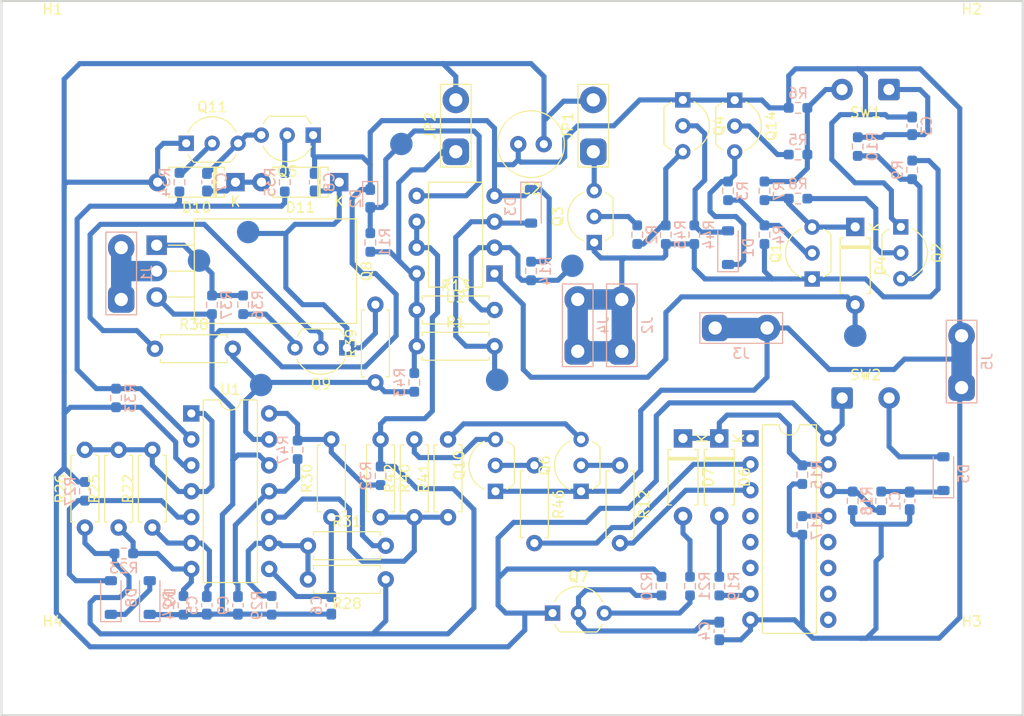
<source format=kicad_pcb>
(kicad_pcb (version 20240108) (generator "pcbnew") (generator_version "8.0")
  (layers (0 "F.Cu" signal) (31 "B.Cu" signal) (34 "B.Paste" user) (35 "F.Paste" user) (36 "B.SilkS" user "B.Silkscreen") (37 "F.SilkS" user "F.Silkscreen") (38 "B.Mask" user) (39 "F.Mask" user) (44 "Edge.Cuts" user))
  (net 0 "")
  (net 1 "GND")
  (net 2 "Net-(D5-K)")
  (net 3 "+VSW")
  (net 4 "Net-(C3-Pad1)")
  (net 5 "Net-(U1A--)")
  (net 6 "Net-(U1C-+)")
  (net 7 "Net-(Q6-C)")
  (net 8 "Net-(D10-K)")
  (net 9 "/V_BOOSTED")
  (net 10 "Net-(U1B-+)")
  (net 11 "Net-(D1-A)")
  (net 12 "Net-(D1-K)")
  (net 13 "Net-(D2-A)")
  (net 14 "Net-(D3-A)")
  (net 15 "Net-(D4-K)")
  (net 16 "Net-(D4-A)")
  (net 17 "Net-(D5-A)")
  (net 18 "Net-(D6-K)")
  (net 19 "Net-(D6-A)")
  (net 20 "Net-(D7-A)")
  (net 21 "Net-(D8-A)")
  (net 22 "Net-(D8-K)")
  (net 23 "+BATT")
  (net 24 "Net-(Q2-B)")
  (net 25 "Net-(Q3-B)")
  (net 26 "Net-(Q4-C)")
  (net 27 "Net-(Q6-B)")
  (net 28 "Net-(Q7-B)")
  (net 29 "Net-(Q8-G)")
  (net 30 "/LED_DRV")
  (net 31 "Net-(Q9-C)")
  (net 32 "Net-(Q9-B)")
  (net 33 "Net-(Q10-B)")
  (net 34 "Net-(Q10-C)")
  (net 35 "Net-(Q11-C)")
  (net 36 "Net-(Q11-B)")
  (net 37 "Net-(R5-Pad1)")
  (net 38 "Net-(U2A--)")
  (net 39 "Net-(U3-CLK)")
  (net 40 "Net-(U3-CKEN)")
  (net 41 "Net-(U3-Q3)")
  (net 42 "Net-(U1B--)")
  (net 43 "Net-(U1D-+)")
  (net 44 "/VREF_LED")
  (net 45 "Net-(U1C--)")
  (net 46 "Net-(R33-Pad2)")
  (net 47 "/PWM")
  (net 48 "Net-(U1D--)")
  (net 57 "Net-(Q2-C)")
  (net 58 "Net-(Q5-B)")
  (net 59 "Net-(Q7-C)")
  (net 60 "Net-(Q1-B)")
  (net 61 "Net-(Q14-B)")
  (net 62 "Net-(U3-Q0)")
  (net 63 "Net-(U3-Q1)")
  (net 64 "Net-(R30-Pad2)")
  (footprint "MountingHole:MountingHole_3.2mm_M3" (layer "F.Cu") (at 55 115)
    (property "Reference" "H4")
    (property "Value" "MountingHole")
  )
  (footprint "Package_TO_SOT_THT:TO-92_Inline_Wide" (layer "F.Cu") (at 68.08525 63.9445)
    (property "Reference" "Q11")
    (property "Value" "2N2907A")
  )
  (footprint "Package_TO_SOT_THT:TO-92_Inline_Wide" (layer "F.Cu") (at 98.37325 98.044 90)
    (property "Reference" "Q10")
    (property "Value" "2N2222A")
  )
  (footprint "Resistor_THT:R_Axial_DIN0207_L6.3mm_D2.5mm_P7.62mm_Horizontal" (layer "F.Cu") (at 87.63 106.68 180)
    (property "Reference" "R28")
    (property "Value" "56K")
  )
  (footprint "Package_TO_SOT_THT:TO-92_Inline_Wide" (layer "F.Cu") (at 138.07 72.136 -90)
    (property "Reference" "Q2")
    (property "Value" "2N2222A")
  )
  (footprint "Resistor_THT:R_Axial_DIN0207_L6.3mm_D2.5mm_P7.62mm_Horizontal" (layer "F.Cu") (at 90.424 100.584 90)
    (property "Reference" "R42")
    (property "Value" "12K")
  )
  (footprint "Resistor_THT:R_Axial_DIN0207_L6.3mm_D2.5mm_P7.62mm_Horizontal" (layer "F.Cu") (at 65.024 84.074)
    (property "Reference" "R38")
    (property "Value" "56K")
  )
  (footprint "Package_TO_SOT_THT:TO-92_Inline_Wide" (layer "F.Cu") (at 83.82 83.984 180)
    (property "Reference" "Q9")
    (property "Value" "2N2907A")
  )
  (footprint "Diode_THT:D_A-405_P7.62mm_Horizontal" (layer "F.Cu") (at 120.2925 92.8605 -90)
    (property "Reference" "D6")
    (property "Value" "1n5819")
  )
  (footprint "Resistor_THT:R_Axial_DIN0207_L6.3mm_D2.5mm_P7.62mm_Horizontal" (layer "F.Cu") (at 86.614 87.376 90)
    (property "Reference" "R39")
    (property "Value" "56K")
  )
  (footprint "Package_TO_SOT_THT:TO-92_Inline_Wide" (layer "F.Cu") (at 108.042 73.66 90)
    (property "Reference" "Q3")
    (property "Value" "2N2907A")
  )
  (footprint "Resistor_THT:R_Axial_DIN0207_L6.3mm_D2.5mm_P7.62mm_Horizontal" (layer "F.Cu") (at 58.166 101.6 90)
    (property "Reference" "R26")
    (property "Value" "5.6K")
  )
  (footprint "Diode_THT:D_A-405_P7.62mm_Horizontal" (layer "F.Cu") (at 133.604 72.136 -90)
    (property "Reference" "D4")
    (property "Value" "1n5819")
  )
  (footprint "Resistor_THT:R_Axial_DIN0207_L6.3mm_D2.5mm_P7.62mm_Horizontal" (layer "F.Cu") (at 80.01 103.378)
    (property "Reference" "R31")
    (property "Value" "56K")
  )
  (footprint "Package_TO_SOT_THT:TO-220-3_Horizontal_TabDown" (layer "F.Cu") (at 65.192 73.93 -90)
    (property "Reference" "Q8")
    (property "Value" "IRF3205")
  )
  (footprint "Diode_THT:D_A-405_P7.62mm_Horizontal" (layer "F.Cu") (at 83.07125 67.7545 180)
    (property "Reference" "D11")
    (property "Value" "1n5819")
  )
  (footprint "Package_TO_SOT_THT:TO-92_Inline_Wide" (layer "F.Cu") (at 121.8 59.71 -90)
    (property "Reference" "Q14")
    (property "Value" "2N2222A")
  )
  (footprint "Resistor_THT:R_Axial_DIN0207_L6.3mm_D2.5mm_P7.62mm_Horizontal" (layer "F.Cu") (at 90.668 83.83)
    (property "Reference" "R1")
    (property "Value" "10K")
  )
  (footprint "Resistor_THT:R_Axial_DIN0207_L6.3mm_D2.5mm_P7.62mm_Horizontal" (layer "F.Cu") (at 87.1195 92.964 -90)
    (property "Reference" "R40")
    (property "Value" "12K")
  )
  (footprint "Package_DIP:DIP-8_W7.62mm" (layer "F.Cu") (at 98.278 76.708 180)
    (property "Reference" "U2")
    (property "Value" "LM358")
  )
  (footprint "Resistor_THT:R_Axial_DIN0207_L6.3mm_D2.5mm_P7.62mm_Horizontal" (layer "F.Cu") (at 110.56525 95.504 -90)
    (property "Reference" "R12")
    (property "Value" "12K")
  )
  (footprint "Resistor_THT:R_Axial_DIN0207_L6.3mm_D2.5mm_P7.62mm_Horizontal" (layer "F.Cu") (at 61.468 101.6 90)
    (property "Reference" "R25")
    (property "Value" "56K")
  )
  (footprint "Package_TO_SOT_THT:TO-92_Inline_Wide" (layer "F.Cu") (at 103.96125 109.982)
    (property "Reference" "Q7")
    (property "Value" "2N2907A")
  )
  (footprint "MountingHole:MountingHole_3.2mm_M3" (layer "F.Cu") (at 145 115)
    (property "Reference" "H3")
    (property "Value" "MountingHole")
  )
  (footprint "Diode_THT:D_A-405_P7.62mm_Horizontal" (layer "F.Cu") (at 116.7365 92.8605 -90)
    (property "Reference" "D7")
    (property "Value" "1n4007")
  )
  (footprint "Package_TO_SOT_THT:TO-92_Inline_Wide" (layer "F.Cu") (at 80.518 63.14 180)
    (property "Reference" "Q5")
    (property "Value" "2N2222A")
  )
  (footprint "Resistor_THT:R_Axial_DIN0207_L6.3mm_D2.5mm_P7.62mm_Horizontal" (layer "F.Cu") (at 90.668 80.274)
    (property "Reference" "R13")
    (property "Value" "56K")
  )
  (footprint "Resistor_THT:R_Axial_DIN0207_L6.3mm_D2.5mm_P7.62mm_Horizontal" (layer "F.Cu") (at 93.726 100.584 90)
    (property "Reference" "R41")
    (property "Value" "3.3K")
  )
  (footprint "MountingHole:MountingHole_3.2mm_M3" (layer "F.Cu") (at 145 55)
    (property "Reference" "H2")
    (property "Value" "MountingHole")
  )
  (footprint "MountingHole:MountingHole_3.2mm_M3" (layer "F.Cu") (at 55 55)
    (property "Reference" "H1")
    (property "Value" "MountingHole")
  )
  (footprint "Package_TO_SOT_THT:TO-92_Inline_Wide" (layer "F.Cu") (at 116.72 59.69 -90)
    (property "Reference" "Q4")
    (property "Value" "2N2222A")
  )
  (footprint "Resistor_THT:R_Axial_DIN0207_L6.3mm_D2.5mm_P7.62mm_Horizontal" (layer "F.Cu") (at 82.296 100.584 90)
    (property "Reference" "R30")
    (property "Value" "100K")
  )
  (footprint "TestPoint:TestPoint_2Pads_Pitch5.08mm_Drill1.3mm" (layer "F.Cu") (at 107.95 64.77 90)
    (property "Reference" "JP1")
    (property "Value" "Jumper_2_Small_Bridged")
  )
  (footprint "Package_TO_SOT_THT:TO-92_Inline_Wide" (layer "F.Cu") (at 106.75525 98.044 90)
    (property "Reference" "Q6")
    (property "Value" "2N2222A")
  )
  (footprint "Capacitor_THT:C_Radial_D6.3mm_H11.0mm_P2.50mm" (layer "F.Cu") (at 103.104 64.028 180)
    (property "Reference" "C2")
    (property "Value" "100uF")
  )
  (footprint "Package_TO_SOT_THT:TO-92_Inline_Wide" (layer "F.Cu") (at 129.378 77.236 90)
    (property "Reference" "Q1")
    (property "Value" "2N2907A")
  )
  (footprint "Connector_Wire:SolderWire-0.5sqmm_1x02_P4.6mm_D0.9mm_OD2.1mm" (layer "F.Cu") (at 132.32 88.9)
    (property "Reference" "SW2")
    (property "Value" "SW_Push")
  )
  (footprint "Diode_THT:D_A-405_P7.62mm_Horizontal" (layer "F.Cu") (at 72.91125 67.7545 180)
    (property "Reference" "D10")
    (property "Value" "1n5819")
  )
  (footprint "Package_DIP:DIP-16_W7.62mm" (layer "F.Cu") (at 123.3405 92.8605)
    (property "Reference" "U3" (hide yes))
    (property "Value" "4017")
  )
  (footprint "TestPoint:TestPoint_2Pads_Pitch5.08mm_Drill1.3mm" (layer "F.Cu") (at 94.488 64.77 90)
    (property "Reference" "JP2")
    (property "Value" "Jumper_2_Small_Bridged")
  )
  (footprint "Package_DIP:DIP-14_W7.62mm" (layer "F.Cu") (at 68.59 90.419)
    (property "Reference" "U1")
    (property "Value" "LM339")
  )
  (footprint "Resistor_THT:R_Axial_DIN0207_L6.3mm_D2.5mm_P7.62mm_Horizontal" (layer "F.Cu") (at 102.18325 95.504 -90)
    (property "Reference" "R46")
    (property "Value" "12K")
  )
  (footprint "Resistor_THT:R_Axial_DIN0207_L6.3mm_D2.5mm_P7.62mm_Horizontal" (layer "F.Cu") (at 64.77 101.6 90)
    (property "Reference" "R22")
    (property "Value" "100K")
  )
  (footprint "Connector_Wire:SolderWire-0.5sqmm_1x02_P4.6mm_D0.9mm_OD2.1mm" (layer "F.Cu") (at 136.906 58.674 180)
    (property "Reference" "SW1")
    (property "Value" "SW_Push")
  )
  (footprint "Resistor_SMD:R_0603_1608Metric_Pad0.98x0.95mm_HandSolder" (layer "B.Cu") (at 128.002 69.362 180)
    (property "Reference" "R8")
    (property "Value" "100K")
  )
  (footprint "Resistor_SMD:R_0603_1608Metric_Pad0.98x0.95mm_HandSolder" (layer "B.Cu") (at 115.048 72.898 90)
    (property "Reference" "R45")
    (property "Value" "100K")
  )
  (footprint "Capacitor_SMD:C_0603_1608Metric_Pad1.08x0.95mm_HandSolder" (layer "B.Cu") (at 73.152 109.22 -90)
    (property "Reference" "C9")
    (property "Value" "1nF")
  )
  (footprint "TestPoint:TestPoint_2Pads_Pitch5.08mm_Drill1.3mm" (layer "B.Cu") (at 61.722 79.248 90)
    (property "Reference" "J1")
    (property "Value" "Conn_01x02_Pin")
  )
  (footprint "Resistor_SMD:R_0603_1608Metric_Pad0.98x0.95mm_HandSolder" (layer "B.Cu") (at 128.4205 101.393 90)
    (property "Reference" "R17")
    (property "Value" "56K")
  )
  (footprint "TestPoint:TestPoint_2Pads_Pitch5.08mm_Drill1.3mm" (layer "B.Cu") (at 119.888 82.042)
    (property "Reference" "J3")
    (property "Value" "Conn_01x02_Pin")
  )
  (footprint "Resistor_SMD:R_0603_1608Metric_Pad0.98x0.95mm_HandSolder" (layer "B.Cu") (at 133.35 98.983 90)
    (property "Reference" "R16")
    (property "Value" "56K")
  )
  (footprint "Resistor_SMD:R_0603_1608Metric_Pad0.98x0.95mm_HandSolder" (layer "B.Cu") (at 101.854 76.454 90)
    (property "Reference" "R14")
    (property "Value" "12K")
  )
  (footprint "Resistor_SMD:R_0603_1608Metric_Pad0.98x0.95mm_HandSolder" (layer "B.Cu") (at 58.166 98.044 -90)
    (property "Reference" "R27")
    (property "Value" "12K")
  )
  (footprint "Resistor_SMD:R_0603_1608Metric_Pad0.98x0.95mm_HandSolder" (layer "B.Cu") (at 133.844 64.262 90)
    (property "Reference" "R10")
    (property "Value" "470K")
  )
  (footprint "Resistor_SMD:R_0603_1608Metric_Pad0.98x0.95mm_HandSolder" (layer "B.Cu") (at 87.122 96.52 -90)
    (property "Reference" "R32")
    (property "Value" "3.3K")
  )
  (footprint "Resistor_SMD:R_0603_1608Metric_Pad0.98x0.95mm_HandSolder" (layer "B.Cu") (at 128.002 60.472 180)
    (property "Reference" "R6")
    (property "Value" "56K")
  )
  (footprint "TestPoint:TestPoint_2Pads_Pitch5.08mm_Drill1.3mm" (layer "B.Cu") (at 110.744 84.328 90)
    (property "Reference" "J2")
    (property "Value" "Conn_01x02_Pin")
  )
  (footprint "Resistor_SMD:R_0603_1608Metric_Pad0.98x0.95mm_HandSolder" (layer "B.Cu") (at 61.976 104.14)
    (property "Reference" "R23")
    (property "Value" "56K")
  )
  (footprint "Resistor_SMD:R_0603_1608Metric_Pad0.98x0.95mm_HandSolder" (layer "B.Cu") (at 124.714 72.898 90)
    (property "Reference" "R4")
    (property "Value" "100K")
  )
  (footprint "Capacitor_SMD:C_0603_1608Metric_Pad1.08x0.95mm_HandSolder" (layer "B.Cu") (at 82.296 109.22 -90)
    (property "Reference" "C6")
    (property "Value" "4.7nF")
  )
  (footprint "TestPoint:TestPoint_2Pads_Pitch5.08mm_Drill1.3mm" (layer "B.Cu") (at 144.018 87.884 90)
    (property "Reference" "J5")
    (property "Value" "Conn_01x02_Pin")
  )
  (footprint "LED_SMD:LED_0603_1608Metric_Pad1.05x0.95mm_HandSolder" (layer "B.Cu") (at 86.106 69.352 -90)
    (property "Reference" "D2")
    (property "Value" "LED-1.8V")
  )
  (footprint "Resistor_SMD:R_0603_1608Metric_Pad0.98x0.95mm_HandSolder" (layer "B.Cu") (at 67.818 109.22 -90)
    (property "Reference" "R24")
    (property "Value" "56K")
  )
  (footprint "Resistor_SMD:R_0603_1608Metric_Pad0.98x0.95mm_HandSolder" (layer "B.Cu") (at 86.116 73.66 90)
    (property "Reference" "R11")
    (property "Value" "10K")
  )
  (footprint "Resistor_SMD:R_0603_1608Metric_Pad0.98x0.95mm_HandSolder" (layer "B.Cu") (at 128.002 65.044 180)
    (property "Reference" "R5")
    (property "Value" "1K")
  )
  (footprint "Resistor_SMD:R_0603_1608Metric_Pad0.98x0.95mm_HandSolder" (layer "B.Cu") (at 73.66 79.772 90)
    (property "Reference" "R36")
    (property "Value" "100")
  )
  (footprint "Diode_SMD:D_SOD-123" (layer "B.Cu") (at 64.516 108.458 90)
    (property "Reference" "D9")
    (property "Value" "1n4007")
  )
  (footprint "Resistor_SMD:R_0603_1608Metric_Pad0.98x0.95mm_HandSolder" (layer "B.Cu") (at 121.144 68.6 90)
    (property "Reference" "R3")
    (property "Value" "100K")
  )
  (footprint "Resistor_SMD:R_0603_1608Metric_Pad0.98x0.95mm_HandSolder" (layer "B.Cu") (at 117.42325 107.3385 90)
    (property "Reference" "R21")
    (property "Value" "560")
  )
  (footprint "Resistor_SMD:R_0603_1608Metric_Pad0.98x0.95mm_HandSolder" (layer "B.Cu") (at 78.994 93.98 -90)
    (property "Reference" "R47")
    (property "Value" "100K")
  )
  (footprint "Capacitor_SMD:C_0603_1608Metric_Pad1.08x0.95mm_HandSolder" (layer "B.Cu") (at 120.2925 111.7335 -90)
    (property "Reference" "C4")
    (property "Value" "0.1uF")
  )
  (footprint "Resistor_SMD:R_0603_1608Metric_Pad0.98x0.95mm_HandSolder" (layer "B.Cu") (at 136.144 98.983 -90)
    (property "Reference" "R18")
    (property "Value" "1K")
  )
  (footprint "Resistor_SMD:R_0603_1608Metric_Pad0.98x0.95mm_HandSolder" (layer "B.Cu") (at 77.73725 67.7545 -90)
    (property "Reference" "R35")
    (property "Value" "12K")
  )
  (footprint "Resistor_SMD:R_0603_1608Metric_Pad0.98x0.95mm_HandSolder" (layer "B.Cu") (at 139.178 66.548 -90)
    (property "Reference" "R9")
    (property "Value" "470K")
  )
  (footprint "Capacitor_SMD:C_0603_1608Metric_Pad1.08x0.95mm_HandSolder" (layer "B.Cu") (at 138.938 98.983 -90)
    (property "Reference" "C1")
    (property "Value" "1uF")
  )
  (footprint "Capacitor_SMD:C_0603_1608Metric_Pad1.08x0.95mm_HandSolder" (layer "B.Cu") (at 70.11725 67.7545 90)
    (property "Reference" "C7")
    (property "Value" "10uF")
  )
  (footprint "Resistor_SMD:R_0603_1608Metric_Pad0.98x0.95mm_HandSolder" (layer "B.Cu") (at 128.4205 96.4165 90)
    (property "Reference" "R15")
    (property "Value" "56K")
  )
  (footprint "Diode_SMD:D_SOD-123" (layer "B.Cu") (at 101.854 70.114 -90)
    (property "Reference" "D3")
    (property "Value" "1n4007")
  )
  (footprint "Resistor_SMD:R_0603_1608Metric_Pad0.98x0.95mm_HandSolder" (layer "B.Cu") (at 70.612 79.772 90)
    (property "Reference" "R37")
    (property "Value" "5.6K")
  )
  (footprint "Capacitor_SMD:C_0603_1608Metric_Pad1.08x0.95mm_HandSolder" (layer "B.Cu") (at 139.178 62.23 90)
    (property "Reference" "C3")
    (property "Value" "1uF")
  )
  (footprint "Diode_SMD:D_SOD-123" (layer "B.Cu") (at 60.706 108.458 90)
    (property "Reference" "D8")
    (property "Value" "1n4007")
  )
  (footprint "Resistor_SMD:R_0603_1608Metric_Pad0.98x0.95mm_HandSolder" (layer "B.Cu") (at 120.2925 107.3385 90)
    (property "Reference" "R19")
    (property "Value" "1K")
  )
  (footprint "Resistor_SMD:R_0603_1608Metric_Pad0.98x0.95mm_HandSolder" (layer "B.Cu") (at 112.254 72.898 90)
    (property "Reference" "R2")
    (property "Value" "1K")
  )
  (footprint "Resistor_SMD:R_0603_1608Metric_Pad0.98x0.95mm_HandSolder" (layer "B.Cu") (at 114.62925 107.3385 -90)
    (property "Reference" "R20")
    (property "Value" "100K")
  )
  (footprint "Capacitor_SMD:C_0603_1608Metric_Pad1.08x0.95mm_HandSolder" (layer "B.Cu") (at 70.104 109.22 -90)
    (property "Reference" "C5")
    (property "Value" "680pF")
  )
  (footprint "Resistor_SMD:R_0603_1608Metric_Pad0.98x0.95mm_HandSolder" (layer "B.Cu") (at 124.714 68.6 90)
    (property "Reference" "R7")
    (property "Value" "100K")
  )
  (footprint "Resistor_SMD:R_0603_1608Metric_Pad0.98x0.95mm_HandSolder" (layer "B.Cu") (at 67.42675 67.7545 -90)
    (property "Reference" "R34")
    (property "Value" "12K")
  )
  (footprint "Resistor_SMD:R_0603_1608Metric_Pad0.98x0.95mm_HandSolder" (layer "B.Cu") (at 90.424 87.376 -90)
    (property "Reference" "R43")
    (property "Value" "470K")
  )
  (footprint "Capacitor_SMD:C_0603_1608Metric_Pad1.08x0.95mm_HandSolder" (layer "B.Cu") (at 80.65825 67.7545 90)
    (property "Reference" "C8")
    (property "Value" "10uF")
  )
  (footprint "Resistor_SMD:R_0603_1608Metric_Pad0.98x0.95mm_HandSolder" (layer "B.Cu") (at 61.214 88.9 90)
    (property "Reference" "R33")
    (property "Value" "1K")
  )
  (footprint "Diode_SMD:D_SOD-123" (layer "B.Cu") (at 121.144 74.168 90)
    (property "Reference" "D1")
    (property "Value" "1n4007")
  )
  (footprint "Resistor_SMD:R_0603_1608Metric_Pad0.98x0.95mm_HandSolder" (layer "B.Cu") (at 76.454 109.22 -90)
    (property "Reference" "R29")
    (property "Value" "56K")
  )
  (footprint "TestPoint:TestPoint_2Pads_Pitch5.08mm_Drill1.3mm" (layer "B.Cu") (at 106.426 84.328 90)
    (property "Reference" "J4")
    (property "Value" "Conn_01x02_Pin")
  )
  (footprint "Resistor_SMD:R_0603_1608Metric_Pad0.98x0.95mm_HandSolder" (layer "B.Cu") (at 117.842 72.898 90)
    (property "Reference" "R44")
    (property "Value" "100K")
  )
  (footprint "Diode_SMD:D_SOD-123" (layer "B.Cu") (at 142.24 96.317 90)
    (property "Reference" "D5")
    (property "Value" "1n4007")
  )
  (gr_circle (center 98.536 87.122) (end 99.536 87.122) (stroke (width 0.2)) (fill solid) (layer "B.Cu") (net 14))
  (gr_circle (center 74.152 72.644) (end 75.152 72.644) (stroke (width 0.2)) (fill solid) (layer "B.Cu") (net 9))
  (gr_circle (center 89.154 64.008) (end 90.154 64.008) (stroke (width 0.2)) (fill solid) (layer "B.Cu") (net 13))
  (gr_circle (center 69.342 75.438) (end 70.342 75.438) (stroke (width 0.2)) (fill solid) (layer "B.Cu") (net 29))
  (gr_circle (center 75.422 87.63) (end 76.422 87.63) (stroke (width 0.2)) (fill solid) (layer "B.Cu") (net 47))
  (gr_circle (center 133.604 82.804) (end 134.604 82.804) (stroke (width 0.2)) (fill solid) (layer "B.Cu") (net 16))
  (gr_circle (center 105.902 75.946) (end 106.902 75.946) (stroke (width 0.2)) (fill solid) (layer "B.Cu") (net 38))
  (gr_rect (start 50 50) (end 150 120) (stroke (width 0.2)) (fill none) (layer "Edge.Cuts"))
  (segment (start 106.75525 98.044) (end 98.37325 98.044) (width 0.5) (layer "B.Cu") (net 1))
  (segment (start 84.338 75.702) (end 85.344 76.708) (width 0.5) (layer "B.Cu") (net 1))
  (segment (start 72.644 89.916) (end 70.612 87.884) (width 0.5) (layer "B.Cu") (net 1))
  (segment (start 129.463 112.445) (end 129.4365 112.4185) (width 0.5) (layer "B.Cu") (net 1))
  (segment (start 85.344 76.708) (end 86.614 76.708) (width 0.5) (layer "B.Cu") (net 1))
  (segment (start 105.156 63.5) (end 106.426 62.23) (width 0.5) (layer "B.Cu") (net 1))
  (segment (start 110.56525 98.044) (end 112.59475 96.0145) (width 0.5) (layer "B.Cu") (net 1))
  (segment (start 137.146 68.58) (end 136.384 67.818) (width 0.5) (layer "B.Cu") (net 1))
  (segment (start 143.84175 87.807) (end 143.84175 110.413) (width 0.5) (layer "B.Cu") (net 1))
  (segment (start 138.938 101.015) (end 138.938 99.8455) (width 0.5) (layer "B.Cu") (net 1))
  (segment (start 66.8665 80.6845) (end 65.192 79.01) (width 0.5) (layer "B.Cu") (net 1))
  (segment (start 71.374 82.296) (end 70.612 83.058) (width 0.5) (layer "B.Cu") (net 1))
  (segment (start 72.644 94.996) (end 72.644 89.916) (width 0.5) (layer "B.Cu") (net 1))
  (segment (start 127.508 97.329) (end 127.1505 97.6865) (width 0.5) (layer "B.Cu") (net 1))
  (segment (start 127.0895 60.472) (end 125.228 60.472) (width 0.5) (layer "B.Cu") (net 1))
  (segment (start 128.4205 109.8785) (end 128.4205 102.3055) (width 0.5) (layer "B.Cu") (net 1))
  (segment (start 125.228 60.472) (end 124.446 59.69) (width 0.5) (layer "B.Cu") (net 1))
  (segment (start 98.278 69.088) (end 101.23 69.088) (width 0.5) (layer "B.Cu") (net 1))
  (segment (start 71.628 109.8285) (end 71.628 100.33) (width 0.5) (layer "B.Cu") (net 1))
  (segment (start 98.278 66.04) (end 100.116 66.04) (width 0.5) (layer "B.Cu") (net 1))
  (segment (start 124.426 59.71) (end 121.8 59.71) (width 0.5) (layer "B.Cu") (net 1))
  (segment (start 127.6585 110.6405) (end 123.3405 110.6405) (width 0.5) (layer "B.Cu") (net 1))
  (segment (start 124.968 82.042) (end 127 82.042) (width 0.5) (layer "B.Cu") (net 1))
  (segment (start 77.47 85.852) (end 73.914 82.296) (width 0.5) (layer "B.Cu") (net 1))
  (segment (start 100.604 65.552) (end 100.838 65.786) (width 0.5) (layer "B.Cu") (net 1))
  (segment (start 127.1505 97.6865) (end 127.1505 102.0045) (width 0.5) (layer "B.Cu") (net 1))
  (segment (start 143.841375 87.806625) (end 143.84175 87.807) (width 0.5) (layer "B.Cu") (net 1))
  (segment (start 116.74 59.71) (end 116.72 59.69) (width 0.5) (layer "B.Cu") (net 1))
  (segment (start 135.636 104.902) (end 135.636 111.506) (width 0.5) (layer "B.Cu") (net 1))
  (segment (start 128.4205 109.8785) (end 128.4205 111.4025) (width 0.5) (layer "B.Cu") (net 1))
  (segment (start 127 82.042) (end 131.064 86.106) (width 0.5) (layer "B.Cu") (net 1))
  (segment (start 73.914 82.296) (end 71.374 82.296) (width 0.5) (layer "B.Cu") (net 1))
  (segment (start 98.278 66.04) (end 98.278 62.464) (width 0.5) (layer "B.Cu") (net 1))
  (segment (start 106.75525 98.044) (end 110.56525 98.044) (width 0.5) (layer "B.Cu") (net 1))
  (segment (start 109.962 62.23) (end 112.502 59.69) (width 0.5) (layer "B.Cu") (net 1))
  (segment (start 143.841375 85.344) (end 143.841375 87.806625) (width 0.5) (layer "B.Cu") (net 1))
  (segment (start 98.278 69.088) (end 98.278 66.04) (width 0.5) (layer "B.Cu") (net 1))
  (segment (start 75.199 94.488) (end 73.152 94.488) (width 0.5) (layer "B.Cu") (net 1))
  (segment (start 70.612 87.884) (end 70.612 83.058) (width 0.5) (layer "B.Cu") (net 1))
  (segment (start 72.898 110.0825) (end 71.882 110.0825) (width 0.5) (layer "B.Cu") (net 1))
  (segment (start 64.5405 110.1325) (end 64.516 110.108) (width 0.5) (layer "B.Cu") (net 1))
  (segment (start 104.648 65.786) (end 105.156 65.278) (width 0.5) (layer "B.Cu") (net 1))
  (segment (start 76.504 110.0825) (end 76.454 110.1325) (width 0.5) (layer "B.Cu") (net 1))
  (segment (start 131.304 65.532) (end 131.304 61.976) (width 0.5) (layer "B.Cu") (net 1))
  (segment (start 67.818 110.1325) (end 64.5405 110.1325) (width 0.5) (layer "B.Cu") (net 1))
  (segment (start 86.106 68.477) (end 85.203 68.477) (width 0.5) (layer "B.Cu") (net 1))
  (segment (start 131.304 61.976) (end 132.1465 61.1335) (width 0.5) (layer "B.Cu") (net 1))
  (segment (start 134.606 61.1335) (end 134.606 57.404) (width 0.5) (layer "B.Cu") (net 1))
  (segment (start 132.1465 61.1335) (end 134.606 61.1335) (width 0.5) (layer "B.Cu") (net 1))
  (segment (start 76.21 95.499) (end 75.199 94.488) (width 0.5) (layer "B.Cu") (net 1))
  (segment (start 135.636 111.506) (end 134.697 112.445) (width 0.5) (layer "B.Cu") (net 1))
  (segment (start 123.3405 111.65575) (end 123.3405 110.6405) (width 0.5) (layer "B.Cu") (net 1))
  (segment (start 139.178 61.3675) (end 136.7915 61.3675) (width 0.5) (layer "B.Cu") (net 1))
  (segment (start 128.4205 111.4025) (end 127.6585 110.6405) (width 0.5) (layer "B.Cu") (net 1))
  (segment (start 100.838 65.786) (end 104.648 65.786) (width 0.5) (layer "B.Cu") (net 1))
  (segment (start 139.954 56.642) (end 133.844 56.642) (width 0.5) (layer "B.Cu") (net 1))
  (segment (start 133.35 101.015) (end 133.604 101.269) (width 0.5) (layer "B.Cu") (net 1))
  (segment (start 86.614 76.708) (end 88.646 78.74) (width 0.5) (layer "B.Cu") (net 1))
  (segment (start 124.446 59.69) (end 124.426 59.71) (width 0.5) (layer "B.Cu") (net 1))
  (segment (start 138.684 101.269) (end 138.938 101.015) (width 0.5) (layer "B.Cu") (net 1))
  (segment (start 85.344 65.278) (end 86.106 66.04) (width 0.5) (layer "B.Cu") (net 1))
  (segment (start 86.106 62.855) (end 86.106 66.04) (width 0.5) (layer "B.Cu") (net 1))
  (segment (start 136.398 101.269) (end 138.684 101.269) (width 0.5) (layer "B.Cu") (net 1))
  (segment (start 143.587375 85.09) (end 143.841375 85.344) (width 0.5) (layer "B.Cu") (net 1))
  (segment (start 70.612 83.058) (end 70.612 80.6845) (width 0.5) (layer "B.Cu") (net 1))
  (segment (start 72.644 99.314) (end 72.644 94.996) (width 0.5) (layer "B.Cu") (net 1))
  (segment (start 80.65825 66.892) (end 80.65825 65.278) (width 0.5) (layer "B.Cu") (net 1))
  (segment (start 136.384 67.818) (end 133.59 67.818) (width 0.5) (layer "B.Cu") (net 1))
  (segment (start 70.562 110.1325) (end 70.612 110.0825) (width 0.5) (layer "B.Cu") (net 1))
  (segment (start 143.84175 110.413) (end 141.80975 112.445) (width 0.5) (layer "B.Cu") (net 1))
  (segment (start 73.152 94.488) (end 72.644 94.996) (width 0.5) (layer "B.Cu") (net 1))
  (segment (start 103.632 69.342) (end 103.632 75.184) (width 0.5) (layer "B.Cu") (net 1))
  (segment (start 131.064 86.106) (end 137.414 86.106) (width 0.5) (layer "B.Cu") (net 1))
  (segment (start 71.882 110.0825) (end 71.628 109.8285) (width 0.5) (layer "B.Cu") (net 1))
  (segment (start 143.841375 87.806625) (end 143.841375 60.529375) (width 0.5) (layer "B.Cu") (net 1))
  (segment (start 136.144 101.269) (end 136.144 104.394) (width 0.5) (layer "B.Cu") (net 1))
  (segment (start 101.23 69.088) (end 101.854 68.464) (width 0.5) (layer "B.Cu") (net 1))
  (segment (start 138.014 72.136) (end 137.146 71.268) (width 0.5) (layer "B.Cu") (net 1))
  (segment (start 136.7915 61.3675) (end 136.5575 61.1335) (width 0.5) (layer "B.Cu") (net 1))
  (segment (start 70.612 80.6845) (end 66.8665 80.6845) (width 0.5) (layer "B.Cu") (net 1))
  (segment (start 100.116 66.04) (end 100.604 65.552) (width 0.5) (layer "B.Cu") (net 1))
  (segment (start 127.1505 102.0045) (end 127.4515 102.3055) (width 0.5) (layer "B.Cu") (net 1))
  (segment (start 138.43 85.09) (end 143.587375 85.09) (width 0.5) (layer "B.Cu") (net 1))
  (segment (start 86.106 66.04) (end 86.106 68.477) (width 0.5) (layer "B.Cu") (net 1))
  (segment (start 105.156 65.278) (end 105.156 63.5) (width 0.5) (layer "B.Cu") (net 1))
  (segment (start 103.2745 75.5415) (end 101.854 75.5415) (width 0.5) (layer "B.Cu") (net 1))
  (segment (start 143.841375 60.529375) (end 139.954 56.642) (width 0.5) (layer "B.Cu") (net 1))
  (segment (start 85.598 85.852) (end 77.47 85.852) (width 0.5) (layer "B.Cu") (net 1))
  (segment (start 76.404 110.0825) (end 72.898 110.0825) (width 0.5) (layer "B.Cu") (net 1))
  (segment (start 122.40025 112.596) (end 123.3405 111.65575) (width 0.5) (layer "B.Cu") (net 1))
  (segment (start 133.35 99.8955) (end 133.35 101.015) (width 0.5) (layer "B.Cu") (net 1))
  (segment (start 106.426 62.23) (end 109.962 62.23) (width 0.5) (layer "B.Cu") (net 1))
  (segment (start 134.606 57.404) (end 133.844 56.642) (width 0.5) (layer "B.Cu") (net 1))
  (segment (start 127.0895 57.3145) (end 127.0895 60.472) (width 0.5) (layer "B.Cu") (net 1))
  (segment (start 133.604 101.269) (end 136.144 101.269) (width 0.5) (layer "B.Cu") (net 1))
  (segment (start 67.818 110.1325) (end 70.562 110.1325) (width 0.5) (layer "B.Cu") (net 1))
  (segment (start 80.65825 65.278) (end 80.518 65.13775) (width 0.5) (layer "B.Cu") (net 1))
  (segment (start 114.60025 88.138) (end 123.698 88.138) (width 0.5) (layer "B.Cu") (net 1))
  (segment (start 134.697 112.445) (end 134.112 112.445) (width 0.5) (layer "B.Cu") (net 1))
  (segment (start 137.414 86.106) (end 138.43 85.09) (width 0.5) (layer "B.Cu") (net 1))
  (segment (start 128.4205 111.4025) (end 129.4365 112.4185) (width 0.5) (layer "B.Cu") (net 1))
  (segment (start 88.646 78.74) (end 88.646 82.804) (width 0.5) (layer "B.Cu") (net 1))
  (segment (start 133.59 67.818) (end 131.304 65.532) (width 0.5) (layer "B.Cu") (net 1))
  (segment (start 85.203 68.477) (end 84.338 69.342) (width 0.5) (layer "B.Cu") (net 1))
  (segment (start 102.754 68.464) (end 103.632 69.342) (width 0.5) (layer "B.Cu") (net 1))
  (segment (start 103.632 75.184) (end 103.2745 75.5415) (width 0.5) (layer "B.Cu") (net 1))
  (segment (start 71.628 100.33) (end 72.644 99.314) (width 0.5) (layer "B.Cu") (net 1))
  (segment (start 98.278 62.464) (end 97.536 61.722) (width 0.5) (layer "B.Cu") (net 1))
  (segment (start 136.5575 61.1335) (end 134.606 61.1335) (width 0.5) (layer "B.Cu") (net 1))
  (segment (start 97.536 61.722) (end 87.239 61.722) (width 0.5) (layer "B.Cu") (net 1))
  (segment (start 136.144 101.269) (end 136.398 101.269) (width 0.5) (layer "B.Cu") (net 1))
  (segment (start 133.844 56.642) (end 127.762 56.642) (width 0.5) (layer "B.Cu") (net 1))
  (segment (start 112.59475 96.0145) (end 112.59475 90.1435) (width 0.5) (layer "B.Cu") (net 1))
  (segment (start 112.59475 90.1435) (end 114.60025 88.138) (width 0.5) (layer "B.Cu") (net 1))
  (segment (start 84.338 69.342) (end 84.338 75.702) (width 0.5) (layer "B.Cu") (net 1))
  (segment (start 128.4205 97.329) (end 127.508 97.329) (width 0.5) (layer "B.Cu") (net 1))
  (segment (start 128.4205 102.3055) (end 127.4515 102.3055) (width 0.5) (layer "B.Cu") (net 1))
  (segment (start 123.698 88.138) (end 124.968 86.868) (width 0.5) (layer "B.Cu") (net 1))
  (segment (start 141.80975 112.445) (end 134.112 112.445) (width 0.5) (layer "B.Cu") (net 1))
  (segment (start 100.604 64.028) (end 100.604 65.552) (width 0.5) (layer "B.Cu") (net 1))
  (segment (start 134.112 112.445) (end 129.463 112.445) (width 0.5) (layer "B.Cu") (net 1))
  (segment (start 120.2925 112.596) (end 122.40025 112.596) (width 0.5) (layer "B.Cu") (net 1))
  (segment (start 119.888 82.042) (end 124.968 82.042) (width 2) (layer "B.Cu") (net 1))
  (segment (start 82.296 110.0825) (end 76.504 110.0825) (width 0.5) (layer "B.Cu") (net 1))
  (segment (start 112.502 59.69) (end 116.72 59.69) (width 0.5) (layer "B.Cu") (net 1))
  (segment (start 80.65825 65.278) (end 85.344 65.278) (width 0.5) (layer "B.Cu") (net 1))
  (segment (start 137.146 71.268) (end 137.146 68.58) (width 0.5) (layer "B.Cu") (net 1))
  (segment (start 76.454 110.1325) (end 76.404 110.0825) (width 0.5) (layer "B.Cu") (net 1))
  (segment (start 121.8 59.71) (end 116.74 59.71) (width 0.5) (layer "B.Cu") (net 1))
  (segment (start 136.144 104.394) (end 135.636 104.902) (width 0.5) (layer "B.Cu") (net 1))
  (segment (start 87.239 61.722) (end 86.106 62.855) (width 0.5) (layer "B.Cu") (net 1))
  (segment (start 124.968 86.868) (end 124.968 82.042) (width 0.5) (layer "B.Cu") (net 1))
  (segment (start 101.854 68.464) (end 102.754 68.464) (width 0.5) (layer "B.Cu") (net 1))
  (segment (start 72.898 110.0825) (end 70.612 110.0825) (width 0.5) (layer "B.Cu") (net 1))
  (segment (start 144.018 82.804) (end 144.018 87.884) (width 2) (layer "B.Cu") (net 1))
  (segment (start 80.518 65.13775) (end 80.518 63.14) (width 0.5) (layer "B.Cu") (net 1))
  (segment (start 88.646 82.804) (end 85.598 85.852) (width 0.5) (layer "B.Cu") (net 1))
  (segment (start 127.762 56.642) (end 127.0895 57.3145) (width 0.5) (layer "B.Cu") (net 1))
  (segment (start 136.144 98.0705) (end 138.888 98.0705) (width 0.5) (layer "B.Cu") (net 2))
  (segment (start 138.888 98.0705) (end 138.938 98.1205) (width 0.5) (layer "B.Cu") (net 2))
  (segment (start 138.938 98.1205) (end 142.0865 98.1205) (width 0.5) (layer "B.Cu") (net 2))
  (segment (start 142.0865 98.1205) (end 142.24 97.967) (width 0.5) (layer "B.Cu") (net 2))
  (segment (start 114.12125 90.649) (end 114.12125 96.999) (width 0.5) (layer "B.Cu") (net 3))
  (segment (start 93.188 64.77) (end 91.41 66.548) (width 0.5) (layer "B.Cu") (net 3))
  (segment (start 130.9605 92.8605) (end 127.4815 89.3815) (width 0.5) (layer "B.Cu") (net 3))
  (segment (start 114.12125 96.999) (end 111.40175 99.7185) (width 0.5) (layer "B.Cu") (net 3))
  (segment (start 103.124 57.404) (end 101.854 56.134) (width 0.5) (layer "B.Cu") (net 3))
  (segment (start 90.668 76.718) (end 90.658 76.708) (width 0.5) (layer "B.Cu") (net 3))
  (segment (start 127.4815 89.3815) (end 115.38875 89.3815) (width 0.5) (layer "B.Cu") (net 3))
  (segment (start 111.40175 99.7185) (end 108.63675 99.7185) (width 0.5) (layer "B.Cu") (net 3))
  (segment (start 107.26325 101.092) (end 100.15125 101.092) (width 0.5) (layer "B.Cu") (net 3))
  (segment (start 98.62725 102.616) (end 98.62725 106.5765) (width 0.5) (layer "B.Cu") (net 3))
  (segment (start 65.29125 67.7545) (end 65.29125 64.50275) (width 0.5) (layer "B.Cu") (net 3))
  (segment (start 99.38925 109.982) (end 101.2425 109.982) (width 0.5) (layer "B.Cu") (net 3))
  (segment (start 58.166 97.1315) (end 57.5075 97.1315) (width 0.5) (layer "B.Cu") (net 3))
  (segment (start 103.124 61.742) (end 103.124 57.404) (width 0.5) (layer "B.Cu") (net 3))
  (segment (start 63.6505 89.8125) (end 61.214 89.8125) (width 0.5) (layer "B.Cu") (net 3))
  (segment (start 90.17 66.548) (end 88.9 67.818) (width 0.5) (layer "B.Cu") (net 3))
  (segment (start 55.372 96.52) (end 55.372 109.982) (width 0.5) (layer "B.Cu") (net 3))
  (segment (start 57.658 56.134) (end 56.134 57.658) (width 0.5) (layer "B.Cu") (net 3))
  (segment (start 61.214 89.8125) (end 56.7455 89.8125) (width 0.5) (layer "B.Cu") (net 3))
  (segment (start 89.027 75.565) (end 90.17 76.708) (width 0.5) (layer "B.Cu") (net 3))
  (segment (start 115.38875 89.3815) (end 114.12125 90.649) (width 0.5) (layer "B.Cu") (net 3))
  (segment (start 101.854 56.134) (end 93.218 56.134) (width 0.5) (layer "B.Cu") (net 3))
  (segment (start 103.124 64.008) (end 103.124 61.742) (width 0.5) (layer "B.Cu") (net 3))
  (segment (start 88.9 67.818) (end 88.9 75.438) (width 0.5) (layer "B.Cu") (net 3))
  (segment (start 108.63675 99.7185) (end 107.26325 101.092) (width 0.5) (layer "B.Cu") (net 3))
  (segment (start 132.32 91.501) (end 132.32 88.9) (width 0.5) (layer "B.Cu") (net 3))
  (segment (start 99.615 113.284) (end 99.6415 113.2575) (width 0.5) (layer "B.Cu") (net 3))
  (segment (start 93.218 56.134) (end 57.658 56.134) (width 0.5) (layer "B.Cu") (net 3))
  (segment (start 88.0345 74.5725) (end 86.116 74.5725) (width 0.5) (layer "B.Cu") (net 3))
  (segment (start 67.056 93.218) (end 63.6505 89.8125) (width 0.5) (layer "B.Cu") (net 3))
  (segment (start 100.15125 101.092) (end 98.62725 102.616) (width 0.5) (layer "B.Cu") (net 3))
  (segment (start 56.388 67.7545) (end 56.134 68.0085) (width 0.5) (layer "B.Cu") (net 3))
  (segment (start 65.8495 63.9445) (end 68.08525 63.9445) (width 0.5) (layer "B.Cu") (net 3))
  (segment (start 56.134 90.424) (end 56.134 95.758) (width 0.5) (layer "B.Cu") (net 3))
  (segment (start 56.134 68.326) (end 56.134 86.36) (width 0.5) (layer "B.Cu") (net 3))
  (segment (start 108.042 68.58) (end 108.042 65.624) (width 0.5) (layer "B.Cu") (net 3))
  (segment (start 67.056 94.742) (end 67.056 93.218) (width 0.5) (layer "B.Cu") (net 3))
  (segment (start 90.424 86.4635) (end 90.424 84.074) (width 0.5) (layer "B.Cu") (net 3))
  (segment (start 105.049 59.817) (end 103.124 61.742) (width 0.5) (layer "B.Cu") (net 3))
  (segment (start 56.7455 89.8125) (end 56.134 90.424) (width 0.5) (layer "B.Cu") (net 3))
  (segment (start 58.674 113.284) (end 99.615 113.284) (width 0.5) (layer "B.Cu") (net 3))
  (segment (start 98.62725 106.5765) (end 98.62725 109.22) (width 0.5) (layer "B.Cu") (net 3))
  (segment (start 67.813 95.499) (end 67.056 94.742) (width 0.5) (layer "B.Cu") (net 3))
  (segment (start 103.104 64.028) (end 103.124 64.008) (width 0.5) (layer "B.Cu") (net 3))
  (segment (start 90.17 76.708) (end 90.658 76.708) (width 0.5) (layer "B.Cu") (net 3))
  (segment (start 65.29125 64.50275) (end 65.8495 63.9445) (width 0.5) (layer "B.Cu") (net 3))
  (segment (start 55.372 109.982) (end 58.674 113.284) (width 0.5) (layer "B.Cu") (net 3))
  (segment (start 68.59 95.499) (end 67.813 95.499) (width 0.5) (layer "B.Cu") (net 3))
  (segment (start 101.2425 109.982) (end 103.96125 109.982) (width 0.5) (layer "B.Cu") (net 3))
  (segment (start 56.134 89.916) (end 56.134 90.424) (width 0.5) (layer "B.Cu") (net 3))
  (segment (start 107.95 59.69) (end 107.823 59.817) (width 0.5) (layer "B.Cu") (net 3))
  (segment (start 88.0345 74.5725) (end 89.027 75.565) (width 0.5) (layer "B.Cu") (net 3))
  (segment (start 90.424 84.074) (end 90.668 83.83) (width 0.5) (layer "B.Cu") (net 3))
  (segment (start 99.53975 105.664) (end 98.62725 106.5765) (width 0.5) (layer "B.Cu") (net 3))
  (segment (start 107.95 59.69) (end 107.442 60.198) (width 0.5) (layer "B.Cu") (net 3))
  (segment (start 56.134 68.0085) (end 56.134 68.326) (width 0.5) (layer "B.Cu") (net 3))
  (segment (start 57.5075 97.1315) (end 56.134 95.758) (width 0.5) (layer "B.Cu") (net 3))
  (segment (start 130.9605 92.8605) (end 132.32 91.501) (width 0.5) (layer "B.Cu") (net 3))
  (segment (start 65.29125 67.7545) (end 56.388 67.7545) (width 0.5) (layer "B.Cu") (net 3))
  (segment (start 56.134 95.758) (end 55.372 96.52) (width 0.5) (layer "B.Cu") (net 3))
  (segment (start 91.41 66.548) (end 90.17 66.548) (width 0.5) (layer "B.Cu") (net 3))
  (segment (start 114.62925 106.426) (end 113.86725 105.664) (width 0.5) (layer "B.Cu") (net 3))
  (segment (start 56.134 57.658) (end 56.134 68.326) (width 0.5) (layer "B.Cu") (net 3))
  (segment (start 99.6415 113.2575) (end 101.2425 111.6565) (width 0.5) (layer "B.Cu") (net 3))
  (segment (start 88.9 75.438) (end 89.027 75.565) (width 0.5) (layer "B.Cu") (net 3))
  (segment (start 101.2425 111.6565) (end 101.2425 109.982) (width 0.5) (layer "B.Cu") (net 3))
  (segment (start 90.668 80.274) (end 90.668 76.718) (width 0.5) (layer "B.Cu") (net 3))
  (segment (start 113.86725 105.664) (end 99.53975 105.664) (width 0.5) (layer "B.Cu") (net 3))
  (segment (start 108.042 65.624) (end 107.95 65.532) (width 0.5) (layer "B.Cu") (net 3))
  (segment (start 94.488 64.77) (end 93.188 64.77) (width 0.5) (layer "B.Cu") (net 3))
  (segment (start 94.488 57.404) (end 93.218 56.134) (width 0.5) (layer "B.Cu") (net 3))
  (segment (start 107.823 59.817) (end 105.049 59.817) (width 0.5) (layer "B.Cu") (net 3))
  (segment (start 90.668 83.83) (end 90.668 80.274) (width 0.5) (layer "B.Cu") (net 3))
  (segment (start 94.488 59.69) (end 94.488 57.404) (width 0.5) (layer "B.Cu") (net 3))
  (segment (start 56.134 86.36) (end 56.134 89.916) (width 0.5) (layer "B.Cu") (net 3))
  (segment (start 98.62725 109.22) (end 99.38925 109.982) (width 0.5) (layer "B.Cu") (net 3))
  (segment (start 140.702 62.738) (end 140.3475 63.0925) (width 0.5) (layer "B.Cu") (net 4))
  (segment (start 136.906 58.674) (end 139.94 58.674) (width 0.5) (layer "B.Cu") (net 4))
  (segment (start 139.178 63.0925) (end 136.4905 63.0925) (width 0.5) (layer "B.Cu") (net 4))
  (segment (start 140.3475 63.0925) (end 139.178 63.0925) (width 0.5) (layer "B.Cu") (net 4))
  (segment (start 136.4905 63.0925) (end 136.2335 63.3495) (width 0.5) (layer "B.Cu") (net 4))
  (segment (start 136.2335 63.3495) (end 133.844 63.3495) (width 0.5) (layer "B.Cu") (net 4))
  (segment (start 139.94 58.674) (end 140.702 59.436) (width 0.5) (layer "B.Cu") (net 4))
  (segment (start 140.702 59.436) (end 140.702 62.738) (width 0.5) (layer "B.Cu") (net 4))
  (segment (start 70.0825 98.0655) (end 70.612 97.536) (width 0.5) (layer "B.Cu") (net 5))
  (segment (start 70.612 91.186) (end 69.845 90.419) (width 0.5) (layer "B.Cu") (net 5))
  (segment (start 69.845 90.419) (end 68.59 90.419) (width 0.5) (layer "B.Cu") (net 5))
  (segment (start 58.674 93.98) (end 64.77 93.98) (width 0.5) (layer "B.Cu") (net 5))
  (segment (start 67.3315 98.0655) (end 70.0825 98.0655) (width 0.5) (layer "B.Cu") (net 5))
  (segment (start 64.77 95.504) (end 67.3315 98.0655) (width 0.5) (layer "B.Cu") (net 5))
  (segment (start 70.612 97.536) (end 70.612 91.186) (width 0.5) (layer "B.Cu") (net 5))
  (segment (start 64.77 93.98) (end 64.77 95.504) (width 0.5) (layer "B.Cu") (net 5))
  (segment (start 77.729 98.039) (end 76.21 98.039) (width 0.5) (layer "B.Cu") (net 6))
  (segment (start 78.994 96.774) (end 77.729 98.039) (width 0.5) (layer "B.Cu") (net 6))
  (segment (start 73.152 107.188) (end 72.898 106.934) (width 0.5) (layer "B.Cu") (net 6))
  (segment (start 78.994 94.8925) (end 78.994 96.774) (width 0.5) (layer "B.Cu") (net 6))
  (segment (start 72.898 106.934) (end 72.898 101.351) (width 0.5) (layer "B.Cu") (net 6))
  (segment (start 76.21 98.039) (end 76.2365 98.0655) (width 0.5) (layer "B.Cu") (net 6))
  (segment (start 73.152 108.3575) (end 73.152 107.188) (width 0.5) (layer "B.Cu") (net 6))
  (segment (start 72.898 101.351) (end 76.21 98.039) (width 0.5) (layer "B.Cu") (net 6))
  (segment (start 105.23125 91.44) (end 106.75525 92.964) (width 0.5) (layer "B.Cu") (net 7))
  (segment (start 93.726 92.964) (end 95.25 91.44) (width 0.5) (layer "B.Cu") (net 7))
  (segment (start 95.25 91.44) (end 105.23125 91.44) (width 0.5) (layer "B.Cu") (net 7))
  (segment (start 72.04875 68.617) (end 72.91125 67.7545) (width 0.5) (layer "B.Cu") (net 8))
  (segment (start 70.11725 68.617) (end 72.04875 68.617) (width 0.5) (layer "B.Cu") (net 8))
  (segment (start 75.45125 67.7545) (end 72.91125 67.7545) (width 0.5) (layer "B.Cu") (net 8))
  (segment (start 83.07125 67.75375) (end 82.9935 67.676) (width 0.5) (layer "B.Cu") (net 9))
  (segment (start 80.65825 68.617) (end 82.20875 68.617) (width 0.5) (layer "B.Cu") (net 9))
  (segment (start 86.614 82.55) (end 85.18 83.984) (width 0.5) (layer "B.Cu") (net 9))
  (segment (start 81.534 79.756) (end 83.82 82.042) (width 0.5) (layer "B.Cu") (net 9))
  (segment (start 85.18 83.984) (end 83.82 83.984) (width 0.5) (layer "B.Cu") (net 9))
  (segment (start 78.74 71.882) (end 77.843 72.779) (width 0.5) (layer "B.Cu") (net 9))
  (segment (start 82.20875 68.617) (end 83.07125 67.7545) (width 0.5) (layer "B.Cu") (net 9))
  (segment (start 86.614 79.756) (end 86.614 82.55) (width 0.5) (layer "B.Cu") (net 9))
  (segment (start 77.843 78.097) (end 79.502 79.756) (width 0.5) (layer "B.Cu") (net 9))
  (segment (start 79.502 79.756) (end 81.534 79.756) (width 0.5) (layer "B.Cu") (net 9))
  (segment (start 83.07125 67.7545) (end 83.07125 67.75375) (width 0.5) (layer "B.Cu") (net 9))
  (segment (start 83.82 82.042) (end 83.82 83.984) (width 0.5) (layer "B.Cu") (net 9))
  (segment (start 74.287 72.779) (end 74.152 72.644) (width 0.5) (layer "B.Cu") (net 9))
  (segment (start 83.07125 67.7545) (end 83.07125 71.36075) (width 0.5) (layer "B.Cu") (net 9))
  (segment (start 82.55 71.882) (end 78.74 71.882) (width 0.5) (layer "B.Cu") (net 9))
  (segment (start 83.07125 71.36075) (end 82.55 71.882) (width 0.5) (layer "B.Cu") (net 9))
  (segment (start 77.843 72.779) (end 74.287 72.779) (width 0.5) (layer "B.Cu") (net 9))
  (segment (start 77.843 72.779) (end 77.843 78.097) (width 0.5) (layer "B.Cu") (net 9))
  (segment (start 66.797 105.659) (end 65.278 104.14) (width 0.5) (layer "B.Cu") (net 10))
  (segment (start 68.59 106.924) (end 68.59 105.659) (width 0.5) (layer "B.Cu") (net 10))
  (segment (start 68.59 105.659) (end 66.797 105.659) (width 0.5) (layer "B.Cu") (net 10))
  (segment (start 67.818 107.696) (end 68.59 106.924) (width 0.5) (layer "B.Cu") (net 10))
  (segment (start 65.278 104.14) (end 62.8885 104.14) (width 0.5) (layer "B.Cu") (net 10))
  (segment (start 62.8885 103.0205) (end 61.468 101.6) (width 0.5) (layer "B.Cu") (net 10))
  (segment (start 67.818 108.3075) (end 67.818 107.696) (width 0.5) (layer "B.Cu") (net 10))
  (segment (start 62.8885 104.14) (end 62.8885 103.0205) (width 0.5) (layer "B.Cu") (net 10))
  (segment (start 117.92 68.502) (end 118.858 67.564) (width 0.5) (layer "B.Cu") (net 11))
  (segment (start 118.858 67.564) (end 118.858 62.992) (width 0.5) (layer "B.Cu") (net 11))
  (segment (start 117.842 71.9855) (end 117.92 71.9075) (width 0.5) (layer "B.Cu") (net 11))
  (segment (start 118.096 62.23) (end 116.72 62.23) (width 0.5) (layer "B.Cu") (net 11))
  (segment (start 121.018 72.644) (end 118.5005 72.644) (width 0.5) (layer "B.Cu") (net 11))
  (segment (start 118.5005 72.644) (end 117.842 71.9855) (width 0.5) (layer "B.Cu") (net 11))
  (segment (start 117.92 71.9075) (end 117.92 68.502) (width 0.5) (layer "B.Cu") (net 11))
  (segment (start 121.144 72.518) (end 121.018 72.644) (width 0.5) (layer "B.Cu") (net 11))
  (segment (start 118.858 62.992) (end 118.096 62.23) (width 0.5) (layer "B.Cu") (net 11))
  (segment (start 119.888 71.12) (end 119.38 70.612) (width 0.5) (layer "B.Cu") (net 12))
  (segment (start 121.144 75.818) (end 122.302 75.818) (width 0.5) (layer "B.Cu") (net 12))
  (segment (start 120.5265 67.6875) (end 121.144 67.6875) (width 0.5) (layer "B.Cu") (net 12))
  (segment (start 122.302 75.818) (end 122.682 75.438) (width 0.5) (layer "B.Cu") (net 12))
  (segment (start 121.8 64.79) (end 121.8 67.0315) (width 0.5) (layer "B.Cu") (net 12))
  (segment (start 122.682 71.882) (end 121.92 71.12) (width 0.5) (layer "B.Cu") (net 12))
  (segment (start 119.38 70.612) (end 119.38 68.834) (width 0.5) (layer "B.Cu") (net 12))
  (segment (start 121.8 67.0315) (end 121.144 67.6875) (width 0.5) (layer "B.Cu") (net 12))
  (segment (start 119.38 68.834) (end 120.5265 67.6875) (width 0.5) (layer "B.Cu") (net 12))
  (segment (start 121.92 71.12) (end 119.888 71.12) (width 0.5) (layer "B.Cu") (net 12))
  (segment (start 122.682 75.438) (end 122.682 71.882) (width 0.5) (layer "B.Cu") (net 12))
  (segment (start 87.63 69.86) (end 87.63 65.532) (width 0.5) (layer "B.Cu") (net 13))
  (segment (start 86.106 70.227) (end 86.106 72.7375) (width 0.5) (layer "B.Cu") (net 13))
  (segment (start 96.774 63.246) (end 96.774 67.818) (width 0.5) (layer "B.Cu") (net 13))
  (segment (start 86.106 72.7375) (end 86.116 72.7475) (width 0.5) (layer "B.Cu") (net 13))
  (segment (start 95.504 69.088) (end 90.658 69.088) (width 0.5) (layer "B.Cu") (net 13))
  (segment (start 96.266 62.738) (end 96.774 63.246) (width 0.5) (layer "B.Cu") (net 13))
  (segment (start 87.263 70.227) (end 87.63 69.86) (width 0.5) (layer "B.Cu") (net 13))
  (segment (start 86.106 70.227) (end 87.263 70.227) (width 0.5) (layer "B.Cu") (net 13))
  (segment (start 96.774 67.818) (end 95.504 69.088) (width 0.5) (layer "B.Cu") (net 13))
  (segment (start 90.424 62.738) (end 96.266 62.738) (width 0.5) (layer "B.Cu") (net 13))
  (segment (start 87.63 65.532) (end 90.424 62.738) (width 0.5) (layer "B.Cu") (net 13))
  (segment (start 98.288 86.874) (end 98.288 83.83) (width 0.5) (layer "B.Cu") (net 14))
  (segment (start 95.494 83.83) (end 94.478 82.814) (width 0.5) (layer "B.Cu") (net 14))
  (segment (start 94.478 73.162) (end 96.012 71.628) (width 0.5) (layer "B.Cu") (net 14))
  (segment (start 94.478 82.814) (end 94.478 73.162) (width 0.5) (layer "B.Cu") (net 14))
  (segment (start 98.536 87.122) (end 98.288 86.874) (width 0.5) (layer "B.Cu") (net 14))
  (segment (start 98.288 83.83) (end 95.494 83.83) (width 0.5) (layer "B.Cu") (net 14))
  (segment (start 101.854 71.764) (end 98.414 71.764) (width 0.5) (layer "B.Cu") (net 14))
  (segment (start 96.012 71.628) (end 98.278 71.628) (width 0.5) (layer "B.Cu") (net 14))
  (segment (start 98.414 71.764) (end 98.278 71.628) (width 0.5) (layer "B.Cu") (net 14))
  (segment (start 124.8645 69.362) (end 124.714 69.5125) (width 0.5) (layer "B.Cu") (net 15))
  (segment (start 127.0895 69.362) (end 127.0895 69.8675) (width 0.5) (layer "B.Cu") (net 15))
  (segment (start 129.378 72.156) (end 133.33 72.156) (width 0.5) (layer "B.Cu") (net 15))
  (segment (start 127.0895 69.362) (end 124.8645 69.362) (width 0.5) (layer "B.Cu") (net 15))
  (segment (start 133.33 72.156) (end 133.35 72.136) (width 0.5) (layer "B.Cu") (net 15))
  (segment (start 127.0895 69.8675) (end 129.378 72.156) (width 0.5) (layer "B.Cu") (net 15))
  (segment (start 132.828 78.994) (end 133.59 79.756) (width 0.5) (layer "B.Cu") (net 16))
  (segment (start 98.278 76.942) (end 101.092 79.756) (width 0.5) (layer "B.Cu") (net 16))
  (segment (start 133.59 82.79) (end 133.604 82.804) (width 0.5) (layer "B.Cu") (net 16))
  (segment (start 98.278 76.708) (end 98.278 76.942) (width 0.5) (layer "B.Cu") (net 16))
  (segment (start 115.062 80.518) (end 116.586 78.994) (width 0.5) (layer "B.Cu") (net 16))
  (segment (start 133.59 79.756) (end 133.59 82.79) (width 0.5) (layer "B.Cu") (net 16))
  (segment (start 113.284 86.868) (end 115.062 85.09) (width 0.5) (layer "B.Cu") (net 16))
  (segment (start 115.062 85.09) (end 115.062 80.518) (width 0.5) (layer "B.Cu") (net 16))
  (segment (start 101.854 86.868) (end 113.284 86.868) (width 0.5) (layer "B.Cu") (net 16))
  (segment (start 101.092 79.756) (end 101.092 86.106) (width 0.5) (layer "B.Cu") (net 16))
  (segment (start 116.586 78.994) (end 132.828 78.994) (width 0.5) (layer "B.Cu") (net 16))
  (segment (start 101.092 86.106) (end 101.854 86.868) (width 0.5) (layer "B.Cu") (net 16))
  (segment (start 142.24 94.667) (end 137.922 94.667) (width 0.5) (layer "B.Cu") (net 17))
  (segment (start 136.92 93.665) (end 137.922 94.667) (width 0.5) (layer "B.Cu") (net 17))
  (segment (start 136.92 88.9) (end 136.92 93.665) (width 0.5) (layer "B.Cu") (net 17))
  (segment (start 126.1345 90.5745) (end 127.1505 91.5905) (width 0.5) (layer "B.Cu") (net 18))
  (segment (start 120.2925 91.3365) (end 121.0545 90.5745) (width 0.5) (layer "B.Cu") (net 18))
  (segment (start 130.9605 95.4005) (end 128.524 95.4005) (width 0.5) (layer "B.Cu") (net 18))
  (segment (start 127.1505 91.5905) (end 127.1505 94.234) (width 0.5) (layer "B.Cu") (net 18))
  (segment (start 121.0545 90.5745) (end 126.1345 90.5745) (width 0.5) (layer "B.Cu") (net 18))
  (segment (start 128.524 95.4005) (end 128.4205 95.504) (width 0.5) (layer "B.Cu") (net 18))
  (segment (start 127.1505 94.234) (end 128.4205 95.504) (width 0.5) (layer "B.Cu") (net 18))
  (segment (start 116.7365 92.8605) (end 120.2925 92.8605) (width 0.5) (layer "B.Cu") (net 18))
  (segment (start 120.2925 92.8605) (end 120.2925 91.3365) (width 0.5) (layer "B.Cu") (net 18))
  (segment (start 120.2925 100.4805) (end 120.2925 106.426) (width 0.5) (layer "B.Cu") (net 19))
  (segment (start 116.7365 102.18325) (end 116.7365 100.4805) (width 0.5) (layer "B.Cu") (net 20))
  (segment (start 117.42325 106.426) (end 117.42325 102.87) (width 0.5) (layer "B.Cu") (net 20))
  (segment (start 117.42325 102.87) (end 116.7365 102.18325) (width 0.5) (layer "B.Cu") (net 20))
  (segment (start 60.706 106.808) (end 57.278 106.808) (width 0.5) (layer "B.Cu") (net 21))
  (segment (start 56.642 106.172) (end 56.642 99.822) (width 0.5) (layer "B.Cu") (net 21))
  (segment (start 67.262 100.579) (end 68.59 100.579) (width 0.5) (layer "B.Cu") (net 21))
  (segment (start 56.642 99.822) (end 57.5075 98.9565) (width 0.5) (layer "B.Cu") (net 21))
  (segment (start 65.6395 98.9565) (end 67.262 100.579) (width 0.5) (layer "B.Cu") (net 21))
  (segment (start 57.5075 98.9565) (end 65.6395 98.9565) (width 0.5) (layer "B.Cu") (net 21))
  (segment (start 57.278 106.808) (end 56.642 106.172) (width 0.5) (layer "B.Cu") (net 21))
  (segment (start 60.706 110.108) (end 62.104 110.108) (width 0.5) (layer "B.Cu") (net 22))
  (segment (start 64.516 107.696) (end 64.516 106.808) (width 0.5) (layer "B.Cu") (net 22))
  (segment (start 62.104 110.108) (end 64.516 107.696) (width 0.5) (layer "B.Cu") (net 22))
  (segment (start 106.426 84.328) (end 110.744 84.328) (width 2) (layer "B.Cu") (net 23))
  (segment (start 110.744 84.328) (end 110.744 79.248) (width 2) (layer "B.Cu") (net 23))
  (segment (start 124.714 73.8105) (end 124.714 76.474) (width 0.5) (layer "B.Cu") (net 23))
  (segment (start 117.842 76.2) (end 118.878 77.236) (width 0.5) (layer "B.Cu") (net 23))
  (segment (start 141.718 66.548) (end 141.718 78.232) (width 0.5) (layer "B.Cu") (net 23))
  (segment (start 115.048 73.8105) (end 115.048 74.93) (width 0.5) (layer "B.Cu") (net 23))
  (segment (start 141.718 78.232) (end 140.956 78.994) (width 0.5) (layer "B.Cu") (net 23))
  (segment (start 117.842 73.8105) (end 117.842 76.2) (width 0.5) (layer "B.Cu") (net 23))
  (segment (start 110.744 75.184) (end 108.698 75.184) (width 0.5) (layer "B.Cu") (net 23))
  (segment (start 139.178 65.6355) (end 140.8055 65.6355) (width 0.5) (layer "B.Cu") (net 23))
  (segment (start 125.476 77.236) (end 127.3635 77.236) (width 0.5) (layer "B.Cu") (net 23))
  (segment (start 108.042 74.528) (end 108.042 73.66) (width 0.5) (layer "B.Cu") (net 23))
  (segment (start 110.998 75.184) (end 110.744 75.438) (width 0.5) (layer "B.Cu") (net 23))
  (segment (start 108.698 75.184) (end 108.042 74.528) (width 0.5) (layer "B.Cu") (net 23))
  (segment (start 117.842 73.8105) (end 115.048 73.8105) (width 0.5) (layer "B.Cu") (net 23))
  (segment (start 118.878 77.236) (end 125.476 77.236) (width 0.5) (layer "B.Cu") (net 23))
  (segment (start 140.8055 65.6355) (end 141.718 66.548) (width 0.5) (layer "B.Cu") (net 23))
  (segment (start 134.626 77.236) (end 129.378 77.236) (width 0.5) (layer "B.Cu") (net 23))
  (segment (start 110.744 75.438) (end 110.744 79.248) (width 0.5) (layer "B.Cu") (net 23))
  (segment (start 115.048 74.93) (end 114.794 75.184) (width 0.5) (layer "B.Cu") (net 23))
  (segment (start 136.384 78.994) (end 134.626 77.236) (width 0.5) (layer "B.Cu") (net 23))
  (segment (start 110.998 75.184) (end 110.744 75.184) (width 0.5) (layer "B.Cu") (net 23))
  (segment (start 110.744 79.248) (end 106.426 79.248) (width 2) (layer "B.Cu") (net 23))
  (segment (start 129.378 77.236) (end 127.3635 77.236) (width 0.5) (layer "B.Cu") (net 23))
  (segment (start 114.794 75.184) (end 110.998 75.184) (width 0.5) (layer "B.Cu") (net 23))
  (segment (start 140.956 78.994) (end 136.384 78.994) (width 0.5) (layer "B.Cu") (net 23))
  (segment (start 124.714 76.474) (end 125.476 77.236) (width 0.5) (layer "B.Cu") (net 23))
  (segment (start 106.426 79.248) (end 106.426 84.328) (width 2) (layer "B.Cu") (net 23))
  (segment (start 135.622 74.168) (end 135.622 70.358) (width 0.5) (layer "B.Cu") (net 24))
  (segment (start 136.13 74.676) (end 135.622 74.168) (width 0.5) (layer "B.Cu") (net 24))
  (segment (start 134.626 69.362) (end 128.9145 69.362) (width 0.5) (layer "B.Cu") (net 24))
  (segment (start 138.014 74.676) (end 136.13 74.676) (width 0.5) (layer "B.Cu") (net 24))
  (segment (start 135.622 70.358) (end 134.626 69.362) (width 0.5) (layer "B.Cu") (net 24))
  (segment (start 129.124 69.362) (end 128.9145 69.362) (width 0.5) (layer "B.Cu") (net 24))
  (segment (start 111.3885 71.12) (end 112.254 71.9855) (width 0.5) (layer "B.Cu") (net 25))
  (segment (start 108.042 71.12) (end 111.3885 71.12) (width 0.5) (layer "B.Cu") (net 25))
  (segment (start 115.048 66.442) (end 115.048 71.9855) (width 0.5) (layer "B.Cu") (net 26))
  (segment (start 116.72 64.77) (end 115.048 66.442) (width 0.5) (layer "B.Cu") (net 26))
  (segment (start 112.8655 73.8105) (end 112.254 73.8105) (width 0.5) (layer "B.Cu") (net 26))
  (segment (start 114.6905 71.9855) (end 112.8655 73.8105) (width 0.5) (layer "B.Cu") (net 26))
  (segment (start 115.048 71.9855) (end 114.6905 71.9855) (width 0.5) (layer "B.Cu") (net 26))
  (segment (start 110.56525 95.504) (end 106.75525 95.504) (width 0.5) (layer "B.Cu") (net 27))
  (segment (start 111.58125 107.696) (end 112.13625 108.251) (width 0.5) (layer "B.Cu") (net 28))
  (segment (start 112.13625 108.251) (end 114.62925 108.251) (width 0.5) (layer "B.Cu") (net 28))
  (segment (start 107.26075 111.7335) (end 106.50125 110.974) (width 0.5) (layer "B.Cu") (net 28))
  (segment (start 106.50125 110.974) (end 106.50125 109.982) (width 0.5) (layer "B.Cu") (net 28))
  (segment (start 117.92875 111.7335) (end 107.26075 111.7335) (width 0.5) (layer "B.Cu") (net 28))
  (segment (start 106.50125 108.458) (end 107.26325 107.696) (width 0.5) (layer "B.Cu") (net 28))
  (segment (start 118.79125 110.871) (end 117.92875 111.7335) (width 0.5) (layer "B.Cu") (net 28))
  (segment (start 106.50125 109.982) (end 106.50125 108.458) (width 0.5) (layer "B.Cu") (net 28))
  (segment (start 120.2925 110.871) (end 118.79125 110.871) (width 0.5) (layer "B.Cu") (net 28))
  (segment (start 107.26325 107.696) (end 111.58125 107.696) (width 0.5) (layer "B.Cu") (net 28))
  (segment (start 70.612 76.708) (end 67.834 73.93) (width 0.5) (layer "B.Cu") (net 29))
  (segment (start 70.612 78.8595) (end 70.612 76.708) (width 0.5) (layer "B.Cu") (net 29))
  (segment (start 73.66 78.8595) (end 70.612 78.8595) (width 0.5) (layer "B.Cu") (net 29))
  (segment (start 64.43 73.93) (end 65.192 73.93) (width 0.5) (layer "B.Cu") (net 29))
  (segment (start 67.834 73.93) (end 65.192 73.93) (width 0.5) (layer "B.Cu") (net 29))
  (segment (start 65.192 76.47) (end 61.738 76.47) (width 2) (layer "B.Cu") (net 30))
  (segment (start 61.722 76.454) (end 61.722 74.168) (width 2) (layer "B.Cu") (net 30))
  (segment (start 61.722 79.248) (end 61.722 76.454) (width 2) (layer "B.Cu") (net 30))
  (segment (start 61.738 76.47) (end 61.722 76.454) (width 2) (layer "B.Cu") (net 30))
  (segment (start 75.8585 80.6845) (end 73.66 80.6845) (width 0.5) (layer "B.Cu") (net 31))
  (segment (start 78.74 83.566) (end 75.8585 80.6845) (width 0.5) (layer "B.Cu") (net 31))
  (segment (start 78.74 83.984) (end 78.74 83.566) (width 0.5) (layer "B.Cu") (net 31))
  (segment (start 58.674 72.898) (end 59.69 71.882) (width 0.5) (layer "B.Cu") (net 32))
  (segment (start 81.28 82.64) (end 81.28 83.984) (width 0.5) (layer "B.Cu") (net 32))
  (segment (start 59.69 71.882) (end 69.85 71.882) (width 0.5) (layer "B.Cu") (net 32))
  (segment (start 69.85 71.882) (end 80.28 82.312) (width 0.5) (layer "B.Cu") (net 32))
  (segment (start 58.674 81.026) (end 58.674 72.898) (width 0.5) (layer "B.Cu") (net 32))
  (segment (start 59.944 82.296) (end 58.674 81.026) (width 0.5) (layer "B.Cu") (net 32))
  (segment (start 63.246 82.296) (end 59.944 82.296) (width 0.5) (layer "B.Cu") (net 32))
  (segment (start 80.28 82.312) (end 80.952 82.312) (width 0.5) (layer "B.Cu") (net 32))
  (segment (start 80.952 82.312) (end 81.28 82.64) (width 0.5) (layer "B.Cu") (net 32))
  (segment (start 65.024 84.074) (end 63.246 82.296) (width 0.5) (layer "B.Cu") (net 32))
  (segment (start 102.18325 95.504) (end 98.37325 95.504) (width 0.5) (layer "B.Cu") (net 33))
  (segment (start 90.424 94.234) (end 90.932 94.742) (width 0.5) (layer "B.Cu") (net 34))
  (segment (start 90.424 92.964) (end 90.424 94.234) (width 0.5) (layer "B.Cu") (net 34))
  (segment (start 90.932 94.742) (end 94.742 94.742) (width 0.5) (layer "B.Cu") (net 34))
  (segment (start 94.742 94.742) (end 96.52 92.964) (width 0.5) (layer "B.Cu") (net 34))
  (segment (start 96.52 92.964) (end 98.37325 92.964) (width 0.5) (layer "B.Cu") (net 34))
  (segment (start 70.21775 66.892) (end 73.16525 63.9445) (width 0.5) (layer "B.Cu") (net 35))
  (segment (start 73.96975 63.14) (end 73.16525 63.9445) (width 0.5) (layer "B.Cu") (net 35))
  (segment (start 70.11725 66.892) (end 70.21775 66.892) (width 0.5) (layer "B.Cu") (net 35))
  (segment (start 75.438 63.14) (end 73.96975 63.14) (width 0.5) (layer "B.Cu") (net 35))
  (segment (start 67.72775 66.842) (end 70.62525 63.9445) (width 0.5) (layer "B.Cu") (net 36))
  (segment (start 67.42675 66.842) (end 67.72775 66.842) (width 0.5) (layer "B.Cu") (net 36))
  (segment (start 128.9145 66.3975) (end 127.6245 67.6875) (width 0.5) (layer "B.Cu") (net 37))
  (segment (start 127.6245 67.6875) (end 124.714 67.6875) (width 0.5) (layer "B.Cu") (net 37))
  (segment (start 128.9145 65.044) (end 128.9145 60.472) (width 0.5) (layer "B.Cu") (net 37))
  (segment (start 132.306 58.674) (end 130.7125 58.674) (width 0.5) (layer "B.Cu") (net 37))
  (segment (start 128.9145 65.044) (end 128.9145 66.3975) (width 0.5) (layer "B.Cu") (net 37))
  (segment (start 130.7125 58.674) (end 128.9145 60.472) (width 0.5) (layer "B.Cu") (net 37))
  (segment (start 99.802 74.168) (end 100.574 74.94) (width 0.5) (layer "B.Cu") (net 38))
  (segment (start 97.018 80.274) (end 96.002 79.258) (width 0.5) (layer "B.Cu") (net 38))
  (segment (start 100.574 76.972) (end 100.9685 77.3665) (width 0.5) (layer "B.Cu") (net 38))
  (segment (start 100.9685 77.3665) (end 101.854 77.3665) (width 0.5) (layer "B.Cu") (net 38))
  (segment (start 101.854 77.3665) (end 104.4815 77.3665) (width 0.5) (layer "B.Cu") (net 38))
  (segment (start 96.002 79.258) (end 96.002 74.94) (width 0.5) (layer "B.Cu") (net 38))
  (segment (start 98.278 74.168) (end 99.802 74.168) (width 0.5) (layer "B.Cu") (net 38))
  (segment (start 96.002 74.94) (end 96.774 74.168) (width 0.5) (layer "B.Cu") (net 38))
  (segment (start 98.288 80.274) (end 97.018 80.274) (width 0.5) (layer "B.Cu") (net 38))
  (segment (start 96.774 74.168) (end 98.278 74.168) (width 0.5) (layer "B.Cu") (net 38))
  (segment (start 100.574 74.94) (end 100.574 76.972) (width 0.5) (layer "B.Cu") (net 38))
  (segment (start 104.4815 77.3665) (end 105.902 75.946) (width 0.5) (layer "B.Cu") (net 38))
  (segment (start 135.5325 99.8955) (end 133.7075 98.0705) (width 0.5) (layer "B.Cu") (net 39))
  (segment (start 131.0905 98.0705) (end 130.9605 97.9405) (width 0.5) (layer "B.Cu") (net 39))
  (segment (start 136.144 99.8955) (end 135.5325 99.8955) (width 0.5) (layer "B.Cu") (net 39))
  (segment (start 133.35 98.0705) (end 131.0905 98.0705) (width 0.5) (layer "B.Cu") (net 39))
  (segment (start 133.7075 98.0705) (end 133.35 98.0705) (width 0.5) (layer "B.Cu") (net 39))
  (segment (start 130.9605 100.4805) (end 128.4205 100.4805) (width 0.5) (layer "B.Cu") (net 40))
  (segment (start 120.2925 108.251) (end 123.19 108.251) (width 0.5) (layer "B.Cu") (net 41))
  (segment (start 123.19 108.251) (end 123.3405 108.1005) (width 0.5) (layer "B.Cu") (net 41))
  (segment (start 70.104 108.3575) (end 70.104 107.442) (width 0.5) (layer "B.Cu") (net 42))
  (segment (start 69.591 103.119) (end 68.59 103.119) (width 0.5) (layer "B.Cu") (net 42))
  (segment (start 66.289 103.119) (end 64.77 101.6) (width 0.5) (layer "B.Cu") (net 42))
  (segment (start 70.358 103.886) (end 69.591 103.119) (width 0.5) (layer "B.Cu") (net 42))
  (segment (start 70.358 107.188) (end 70.358 103.886) (width 0.5) (layer "B.Cu") (net 42))
  (segment (start 70.104 107.442) (end 70.358 107.188) (width 0.5) (layer "B.Cu") (net 42))
  (segment (start 68.59 103.119) (end 66.289 103.119) (width 0.5) (layer "B.Cu") (net 42))
  (segment (start 75.5415 108.3075) (end 74.168 106.934) (width 0.5) (layer "B.Cu") (net 43))
  (segment (start 76.454 108.3075) (end 75.5415 108.3075) (width 0.5) (layer "B.Cu") (net 43))
  (segment (start 77.456 103.378) (end 80.01 103.378) (width 0.5) (layer "B.Cu") (net 43))
  (segment (start 80.01 106.68) (end 80.01 103.378) (width 0.5) (layer "B.Cu") (net 43))
  (segment (start 74.168 103.886) (end 74.9085 103.1455) (width 0.5) (layer "B.Cu") (net 43))
  (segment (start 74.9085 103.1455) (end 77.2235 103.1455) (width 0.5) (layer "B.Cu") (net 43))
  (segment (start 74.168 106.934) (end 74.168 103.886) (width 0.5) (layer "B.Cu") (net 43))
  (segment (start 77.2235 103.1455) (end 77.456 103.378) (width 0.5) (layer "B.Cu") (net 43))
  (segment (start 92.7 80.528) (end 92.7 74.94) (width 0.5) (layer "B.Cu") (net 44))
  (segment (start 90.678 97.79) (end 88.4955 95.6075) (width 0.5) (layer "B.Cu") (net 44))
  (segment (start 87.1195 92.964) (end 87.1195 91.4425) (width 0.5) (layer "B.Cu") (net 44))
  (segment (start 87.63 90.932) (end 91.44 90.932) (width 0.5) (layer "B.Cu") (net 44))
  (segment (start 91.928 74.168) (end 90.658 74.168) (width 0.5) (layer "B.Cu") (net 44))
  (segment (start 61.0635 105.0055) (end 62.484 106.426) (width 0.5) (layer "B.Cu") (net 44))
  (segment (start 59.69 112.014) (end 86.36 112.014) (width 0.5) (layer "B.Cu") (net 44))
  (segment (start 93.726 112.014) (end 96.266 109.474) (width 0.5) (layer "B.Cu") (net 44))
  (segment (start 86.36 112.014) (end 93.726 112.014) (width 0.5) (layer "B.Cu") (net 44))
  (segment (start 87.122 92.9665) (end 87.1195 92.964) (width 0.5) (layer "B.Cu") (net 44))
  (segment (start 58.674 110.998) (end 59.69 112.014) (width 0.5) (layer "B.Cu") (net 44))
  (segment (start 87.122 95.6075) (end 87.122 92.9665) (width 0.5) (layer "B.Cu") (net 44))
  (segment (start 94.234 97.79) (end 90.678 97.79) (width 0.5) (layer "B.Cu") (net 44))
  (segment (start 87.63 110.744) (end 86.36 112.014) (width 0.5) (layer "B.Cu") (net 44))
  (segment (start 58.166 103.124) (end 58.166 101.6) (width 0.5) (layer "B.Cu") (net 44))
  (segment (start 96.266 99.822) (end 94.234 97.79) (width 0.5) (layer "B.Cu") (net 44))
  (segment (start 96.266 109.474) (end 96.266 99.822) (width 0.5) (layer "B.Cu") (net 44))
  (segment (start 87.1195 91.4425) (end 87.63 90.932) (width 0.5) (layer "B.Cu") (net 44))
  (segment (start 91.44 90.932) (end 92.192 90.18) (width 0.5) (layer "B.Cu") (net 44))
  (segment (start 92.7 74.94) (end 91.928 74.168) (width 0.5) (layer "B.Cu") (net 44))
  (segment (start 88.4955 95.6075) (end 87.122 95.6075) (width 0.5) (layer "B.Cu") (net 44))
  (segment (start 61.595 108.458) (end 59.182 108.458) (width 0.5) (layer "B.Cu") (net 44))
  (segment (start 59.182 108.458) (end 58.674 108.966) (width 0.5) (layer "B.Cu") (net 44))
  (segment (start 61.0635 104.14) (end 61.0635 105.0055) (width 0.5) (layer "B.Cu") (net 44))
  (segment (start 92.192 90.18) (end 92.192 81.036) (width 0.5) (layer "B.Cu") (net 44))
  (segment (start 58.674 108.966) (end 58.674 110.998) (width 0.5) (layer "B.Cu") (net 44))
  (segment (start 62.484 106.426) (end 62.484 107.569) (width 0.5) (layer "B.Cu") (net 44))
  (segment (start 90.658 74.168) (end 90.658 71.628) (width 0.5) (layer "B.Cu") (net 44))
  (segment (start 92.192 81.036) (end 92.7 80.528) (width 0.5) (layer "B.Cu") (net 44))
  (segment (start 61.0635 104.14) (end 59.182 104.14) (width 0.5) (layer "B.Cu") (net 44))
  (segment (start 59.182 104.14) (end 58.166 103.124) (width 0.5) (layer "B.Cu") (net 44))
  (segment (start 62.484 107.569) (end 61.595 108.458) (width 0.5) (layer "B.Cu") (net 44))
  (segment (start 87.63 106.68) (end 87.63 110.744) (width 0.5) (layer "B.Cu") (net 44))
  (segment (start 84.074 103.632) (end 85.344 104.902) (width 0.5) (layer "B.Cu") (net 45))
  (segment (start 85.344 104.902) (end 89.408 104.902) (width 0.5) (layer "B.Cu") (net 45))
  (segment (start 90.424 100.584) (end 87.1195 100.584) (width 0.5) (layer "B.Cu") (net 45))
  (segment (start 89.408 104.902) (end 90.424 103.886) (width 0.5) (layer "B.Cu") (net 45))
  (segment (start 83.058 98.806) (end 84.074 99.822) (width 0.5) (layer "B.Cu") (net 45))
  (segment (start 77.729 100.579) (end 79.502 98.806) (width 0.5) (layer "B.Cu") (net 45))
  (segment (start 93.726 100.584) (end 90.424 100.584) (width 0.5) (layer "B.Cu") (net 45))
  (segment (start 84.074 99.822) (end 84.074 103.632) (width 0.5) (layer "B.Cu") (net 45))
  (segment (start 87.1195 100.584) (end 87.1195 100.344) (width 0.5) (layer "B.Cu") (net 45))
  (segment (start 76.21 100.579) (end 77.729 100.579) (width 0.5) (layer "B.Cu") (net 45))
  (segment (start 90.424 103.886) (end 90.424 100.584) (width 0.5) (layer "B.Cu") (net 45))
  (segment (start 79.502 98.806) (end 83.058 98.806) (width 0.5) (layer "B.Cu") (net 45))
  (segment (start 77.41975 70.104) (end 67.056 70.104) (width 0.5) (layer "B.Cu") (net 46))
  (segment (start 59.2855 87.9875) (end 57.404 86.106) (width 0.5) (layer "B.Cu") (net 46))
  (segment (start 67.056 70.104) (end 67.42675 69.73325) (width 0.5) (layer "B.Cu") (net 46))
  (segment (start 61.214 87.9875) (end 63.6185 87.9875) (width 0.5) (layer "B.Cu") (net 46))
  (segment (start 61.214 87.9875) (end 59.2855 87.9875) (width 0.5) (layer "B.Cu") (net 46))
  (segment (start 57.404 71.374) (end 58.674 70.104) (width 0.5) (layer "B.Cu") (net 46))
  (segment (start 77.73725 68.7705) (end 77.73725 69.7865) (width 0.5) (layer "B.Cu") (net 46))
  (segment (start 77.84075 68.667) (end 77.73725 68.7705) (width 0.5) (layer "B.Cu") (net 46))
  (segment (start 63.6185 87.9875) (end 68.6165 92.9855) (width 0.5) (layer "B.Cu") (net 46))
  (segment (start 77.73725 69.7865) (end 77.41975 70.104) (width 0.5) (layer "B.Cu") (net 46))
  (segment (start 58.674 70.104) (end 67.056 70.104) (width 0.5) (layer "B.Cu") (net 46))
  (segment (start 57.404 86.106) (end 57.404 71.374) (width 0.5) (layer "B.Cu") (net 46))
  (segment (start 67.42675 69.73325) (end 67.42675 68.667) (width 0.5) (layer "B.Cu") (net 46))
  (segment (start 90.424 88.2885) (end 87.5265 88.2885) (width 0.5) (layer "B.Cu") (net 47))
  (segment (start 87.5265 88.2885) (end 86.614 87.376) (width 0.5) (layer "B.Cu") (net 47))
  (segment (start 73.914 89.138) (end 75.422 87.63) (width 0.5) (layer "B.Cu") (net 47))
  (segment (start 75.4405 87.6115) (end 75.676 87.376) (width 0.5) (layer "B.Cu") (net 47))
  (segment (start 76.21 92.959) (end 74.671 92.959) (width 0.5) (layer "B.Cu") (net 47))
  (segment (start 73.914 92.202) (end 73.914 89.138) (width 0.5) (layer "B.Cu") (net 47))
  (segment (start 72.644 84.852) (end 75.4405 87.6485) (width 0.5) (layer "B.Cu") (net 47))
  (segment (start 75.676 87.376) (end 86.614 87.376) (width 0.5) (layer "B.Cu") (net 47))
  (segment (start 74.671 92.959) (end 73.914 92.202) (width 0.5) (layer "B.Cu") (net 47))
  (segment (start 72.644 84.074) (end 72.644 84.852) (width 0.5) (layer "B.Cu") (net 47))
  (segment (start 82.296 108.3575) (end 78.8935 108.3575) (width 0.5) (layer "B.Cu") (net 48))
  (segment (start 82.296 100.584) (end 82.296 108.3575) (width 0.5) (layer "B.Cu") (net 48))
  (segment (start 76.21 105.674) (end 76.21 105.659) (width 0.5) (layer "B.Cu") (net 48))
  (segment (start 78.8935 108.3575) (end 76.21 105.674) (width 0.5) (layer "B.Cu") (net 48))
  (segment (start 139.94 68.2225) (end 139.94 76.454) (width 0.5) (layer "B.Cu") (net 57))
  (segment (start 139.94 76.454) (end 139.178 77.216) (width 0.5) (layer "B.Cu") (net 57))
  (segment (start 139.178 67.4605) (end 138.0585 67.4605) (width 0.5) (layer "B.Cu") (net 57))
  (segment (start 138.0585 67.4605) (end 135.7725 65.1745) (width 0.5) (layer "B.Cu") (net 57))
  (segment (start 135.7725 65.1745) (end 133.844 65.1745) (width 0.5) (layer "B.Cu") (net 57))
  (segment (start 139.178 77.216) (end 138.014 77.216) (width 0.5) (layer "B.Cu") (net 57))
  (segment (start 139.178 67.4605) (end 139.94 68.2225) (width 0.5) (layer "B.Cu") (net 57))
  (segment (start 77.73725 63.38075) (end 77.978 63.14) (width 0.5) (layer "B.Cu") (net 58))
  (segment (start 77.73725 66.842) (end 77.73725 63.38075) (width 0.5) (layer "B.Cu") (net 58))
  (segment (start 77.99125 66.6915) (end 77.84075 66.842) (width 0.5) (layer "B.Cu") (net 58))
  (segment (start 117.42325 108.251) (end 117.42325 108.966) (width 0.5) (layer "B.Cu") (net 59))
  (segment (start 116.40725 109.982) (end 109.04125 109.982) (width 0.5) (layer "B.Cu") (net 59))
  (segment (start 117.42325 108.966) (end 116.40725 109.982) (width 0.5) (layer "B.Cu") (net 59))
  (segment (start 121.144 69.5125) (end 122.318625 69.5125) (width 0.5) (layer "B.Cu") (net 60))
  (segment (start 126.0875 71.9855) (end 124.714 71.9855) (width 0.5) (layer "B.Cu") (net 60))
  (segment (start 124.714 71.907875) (end 124.714 71.9855) (width 0.5) (layer "B.Cu") (net 60))
  (segment (start 128.798 74.696) (end 126.0875 71.9855) (width 0.5) (layer "B.Cu") (net 60))
  (segment (start 122.318625 69.5125) (end 124.714 71.907875) (width 0.5) (layer "B.Cu") (net 60))
  (segment (start 129.378 74.696) (end 128.798 74.696) (width 0.5) (layer "B.Cu") (net 60))
  (segment (start 127.0895 65.044) (end 125.99 65.044) (width 0.5) (layer "B.Cu") (net 61))
  (segment (start 123.196 62.25) (end 121.8 62.25) (width 0.5) (layer "B.Cu") (net 61))
  (segment (start 125.99 65.044) (end 123.196 62.25) (width 0.5) (layer "B.Cu") (net 61))
  (segment (start 110.56525 103.124) (end 111.83525 103.124) (width 0.5) (layer "B.Cu") (net 62))
  (segment (start 111.83525 103.124) (end 117.01875 97.9405) (width 0.5) (layer "B.Cu") (net 62))
  (segment (start 117.01875 97.9405) (end 123.3405 97.9405) (width 0.5) (layer "B.Cu") (net 62))
  (segment (start 118.69325 95.4005) (end 123.3405 95.4005) (width 0.5) (layer "B.Cu") (net 63))
  (segment (start 108.27925 103.124) (end 109.80325 101.6) (width 0.5) (layer "B.Cu") (net 63))
  (segment (start 102.18325 103.124) (end 108.27925 103.124) (width 0.5) (layer "B.Cu") (net 63))
  (segment (start 111.58125 101.6) (end 117.78075 95.4005) (width 0.5) (layer "B.Cu") (net 63))
  (segment (start 117.78075 95.4005) (end 118.69325 95.4005) (width 0.5) (layer "B.Cu") (net 63))
  (segment (start 109.80325 101.6) (end 111.58125 101.6) (width 0.5) (layer "B.Cu") (net 63))
  (segment (start 85.344 102.362) (end 86.36 103.378) (width 0.5) (layer "B.Cu") (net 64))
  (segment (start 78.994 92.964) (end 78.994 91.4615) (width 0.5) (layer "B.Cu") (net 64))
  (segment (start 78.994 91.4615) (end 77.9515 90.419) (width 0.5) (layer "B.Cu") (net 64))
  (segment (start 82.296 94.234) (end 82.296 92.964) (width 0.5) (layer "B.Cu") (net 64))
  (segment (start 85.4945 97.4325) (end 82.296 94.234) (width 0.5) (layer "B.Cu") (net 64))
  (segment (start 77.9515 90.419) (end 76.21 90.419) (width 0.5) (layer "B.Cu") (net 64))
  (segment (start 86.36 103.378) (end 87.63 103.378) (width 0.5) (layer "B.Cu") (net 64))
  (segment (start 82.296 92.964) (end 78.994 92.964) (width 0.5) (layer "B.Cu") (net 64))
  (segment (start 85.344 97.583) (end 85.344 102.362) (width 0.5) (layer "B.Cu") (net 64))
  (segment (start 85.4945 97.4325) (end 85.344 97.583) (width 0.5) (layer "B.Cu") (net 64))
  (segment (start 85.4945 97.4325) (end 87.122 97.4325) (width 0.5) (layer "B.Cu") (net 64))
)
</source>
